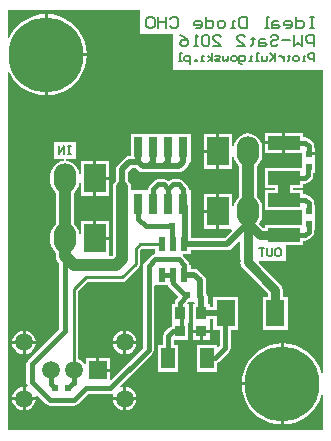
<source format=gbl>
G04 Layer_Physical_Order=2*
G04 Layer_Color=16711680*
%FSAX23Y23*%
%MOIN*%
G70*
G01*
G75*
%ADD10R,0.024X0.020*%
%ADD11R,0.037X0.039*%
%ADD12R,0.024X0.048*%
%ADD13R,0.020X0.024*%
%ADD14R,0.045X0.071*%
%ADD15R,0.028X0.070*%
%ADD16R,0.035X0.035*%
%ADD17R,0.064X0.091*%
%ADD18R,0.106X0.045*%
%ADD19C,0.015*%
%ADD20C,0.010*%
%ADD21C,0.020*%
%ADD22C,0.040*%
%ADD23C,0.030*%
%ADD24C,0.012*%
%ADD25C,0.006*%
%ADD26C,0.008*%
%ADD27C,0.250*%
%ADD28R,0.075X0.098*%
%ADD29O,0.075X0.098*%
%ADD30C,0.059*%
%ADD31R,0.059X0.059*%
G36*
X04840Y03020D02*
X04950D01*
Y02900D01*
X05450D01*
Y01892D01*
X05445Y01892D01*
X05444Y01897D01*
X05436Y01916D01*
X05425Y01935D01*
X05411Y01951D01*
X05395Y01965D01*
X05376Y01976D01*
X05357Y01984D01*
X05336Y01989D01*
X05320Y01990D01*
Y01855D01*
Y01720D01*
X05336Y01721D01*
X05357Y01726D01*
X05376Y01734D01*
X05395Y01745D01*
X05411Y01759D01*
X05425Y01775D01*
X05436Y01794D01*
X05444Y01813D01*
X05445Y01818D01*
X05450Y01818D01*
Y01700D01*
X04400D01*
Y02895D01*
X04405Y02896D01*
X04407Y02891D01*
X04418Y02873D01*
X04432Y02857D01*
X04448Y02843D01*
X04466Y02832D01*
X04486Y02824D01*
X04506Y02819D01*
X04523Y02818D01*
Y02953D01*
Y03088D01*
X04506Y03087D01*
X04486Y03082D01*
X04466Y03073D01*
X04448Y03062D01*
X04432Y03049D01*
X04418Y03032D01*
X04407Y03014D01*
X04405Y03009D01*
X04400Y03010D01*
Y03100D01*
X04840D01*
Y03020D01*
D02*
G37*
%LPC*%
G36*
X04533Y03088D02*
Y02958D01*
X04663D01*
X04661Y02974D01*
X04656Y02995D01*
X04648Y03014D01*
X04637Y03032D01*
X04623Y03049D01*
X04607Y03062D01*
X04589Y03073D01*
X04569Y03082D01*
X04549Y03087D01*
X04533Y03088D01*
D02*
G37*
G36*
X04663Y02948D02*
X04533D01*
Y02818D01*
X04549Y02819D01*
X04569Y02824D01*
X04589Y02832D01*
X04607Y02843D01*
X04623Y02857D01*
X04637Y02873D01*
X04648Y02891D01*
X04656Y02911D01*
X04661Y02932D01*
X04663Y02948D01*
D02*
G37*
G36*
X05315Y02692D02*
X05257D01*
Y02664D01*
X05315D01*
Y02692D01*
D02*
G37*
G36*
X05095Y02689D02*
X05053D01*
Y02635D01*
X05095D01*
Y02689D01*
D02*
G37*
G36*
X05315Y02654D02*
X05257D01*
Y02626D01*
X05315D01*
Y02654D01*
D02*
G37*
G36*
X05095Y02625D02*
X05053D01*
Y02571D01*
X05095D01*
Y02625D01*
D02*
G37*
G36*
X04737Y02599D02*
X04695D01*
Y02545D01*
X04737D01*
Y02599D01*
D02*
G37*
G36*
Y02535D02*
X04695D01*
Y02481D01*
X04737D01*
Y02535D01*
D02*
G37*
G36*
X05095Y02489D02*
X05053D01*
Y02435D01*
X05095D01*
Y02489D01*
D02*
G37*
G36*
X05383Y02692D02*
X05325D01*
Y02659D01*
Y02626D01*
X05381D01*
Y02603D01*
X05381Y02602D01*
Y02598D01*
X05381Y02597D01*
Y02574D01*
X05257D01*
Y02508D01*
X05290D01*
Y02502D01*
X05257D01*
Y02436D01*
X05381D01*
Y02413D01*
X05381Y02412D01*
Y02408D01*
X05381Y02407D01*
Y02384D01*
X05257D01*
Y02376D01*
X05250D01*
X05237Y02389D01*
X05241Y02394D01*
X05246Y02406D01*
X05248Y02418D01*
Y02442D01*
X05246Y02454D01*
X05241Y02466D01*
X05234Y02476D01*
X05230Y02478D01*
Y02582D01*
X05234Y02584D01*
X05241Y02594D01*
X05246Y02606D01*
X05248Y02618D01*
Y02642D01*
X05246Y02654D01*
X05241Y02666D01*
X05234Y02676D01*
X05224Y02683D01*
X05212Y02688D01*
X05200Y02690D01*
X05188Y02688D01*
X05176Y02683D01*
X05166Y02676D01*
X05159Y02666D01*
X05154Y02654D01*
X05152Y02643D01*
X05147Y02644D01*
Y02689D01*
X05105D01*
Y02630D01*
Y02571D01*
X05147D01*
Y02616D01*
X05152Y02617D01*
X05154Y02606D01*
X05159Y02594D01*
X05166Y02584D01*
X05170Y02582D01*
Y02478D01*
X05166Y02476D01*
X05159Y02466D01*
X05154Y02454D01*
X05152Y02443D01*
X05147Y02444D01*
Y02489D01*
X05105D01*
Y02430D01*
Y02371D01*
X05143D01*
X05145Y02371D01*
X05147Y02366D01*
X05123Y02342D01*
X05012D01*
Y02380D01*
Y02449D01*
X05010Y02457D01*
X05009Y02459D01*
Y02501D01*
X05005D01*
X05003Y02505D01*
X05002Y02512D01*
X04998Y02517D01*
X04998Y02517D01*
X04983Y02533D01*
X04977Y02536D01*
X04970Y02538D01*
X04950D01*
X04950Y02538D01*
X04944Y02536D01*
X04938Y02533D01*
X04933Y02532D01*
X04933Y02533D01*
X04927Y02536D01*
X04920Y02538D01*
X04900D01*
X04893Y02536D01*
X04887Y02533D01*
X04887Y02533D01*
X04873Y02518D01*
X04869Y02512D01*
X04867Y02505D01*
Y02501D01*
X04861D01*
Y02501D01*
X04859D01*
Y02501D01*
X04811D01*
X04810Y02505D01*
Y02510D01*
X04809Y02518D01*
X04806Y02525D01*
X04801Y02531D01*
X04800Y02532D01*
Y02562D01*
X04813Y02574D01*
X04827D01*
X04836Y02566D01*
X04836Y02566D01*
X04842Y02561D01*
X04850Y02560D01*
X04970D01*
X04978Y02561D01*
X04984Y02566D01*
X05000Y02581D01*
X05004Y02587D01*
X05006Y02595D01*
X05009Y02599D01*
X05009D01*
Y02689D01*
X04961D01*
Y02689D01*
X04959D01*
Y02689D01*
X04911D01*
Y02689D01*
X04909D01*
Y02689D01*
X04861D01*
Y02689D01*
X04859D01*
Y02689D01*
X04811D01*
Y02615D01*
X04805D01*
X04797Y02614D01*
X04790Y02609D01*
X04766Y02584D01*
X04761Y02578D01*
X04760Y02570D01*
Y02532D01*
X04759Y02531D01*
X04754Y02525D01*
X04751Y02518D01*
X04750Y02510D01*
Y02283D01*
X04747Y02280D01*
X04742D01*
X04737Y02281D01*
X04737Y02285D01*
Y02335D01*
X04690D01*
Y02340D01*
X04685D01*
Y02399D01*
X04643D01*
Y02354D01*
X04638Y02353D01*
X04636Y02364D01*
X04631Y02376D01*
X04624Y02386D01*
X04620Y02388D01*
Y02492D01*
X04624Y02494D01*
X04631Y02504D01*
X04636Y02516D01*
X04638Y02527D01*
X04643Y02526D01*
Y02481D01*
X04685D01*
Y02540D01*
Y02599D01*
X04643D01*
Y02554D01*
X04638Y02553D01*
X04636Y02564D01*
X04631Y02576D01*
X04624Y02586D01*
X04614Y02593D01*
X04602Y02598D01*
X04594Y02599D01*
X04594Y02604D01*
X04626D01*
Y02663D01*
X04553D01*
Y02604D01*
X04586D01*
X04586Y02599D01*
X04578Y02598D01*
X04566Y02593D01*
X04556Y02586D01*
X04549Y02576D01*
X04544Y02564D01*
X04542Y02552D01*
Y02528D01*
X04544Y02516D01*
X04549Y02504D01*
X04556Y02494D01*
X04560Y02492D01*
Y02388D01*
X04556Y02386D01*
X04549Y02376D01*
X04544Y02364D01*
X04542Y02352D01*
Y02328D01*
X04544Y02316D01*
X04549Y02304D01*
X04556Y02294D01*
X04560Y02292D01*
Y02280D01*
X04561Y02272D01*
X04564Y02265D01*
X04569Y02259D01*
X04572Y02255D01*
Y02037D01*
X04467Y01933D01*
X04464Y01927D01*
X04462Y01920D01*
Y01860D01*
X04464Y01853D01*
X04466Y01850D01*
X04465Y01848D01*
X04463Y01845D01*
X04459Y01846D01*
Y01811D01*
X04493D01*
X04493Y01815D01*
X04497Y01817D01*
X04527Y01787D01*
X04533Y01784D01*
X04540Y01782D01*
X04620D01*
X04627Y01784D01*
X04633Y01787D01*
X04667Y01822D01*
X04740D01*
X04747Y01824D01*
X04748Y01824D01*
X04752Y01821D01*
X04750Y01817D01*
X04749Y01811D01*
X04784D01*
Y01846D01*
X04778Y01845D01*
X04777Y01844D01*
X04774Y01849D01*
X04881Y01956D01*
X04885Y01962D01*
X04887Y01969D01*
X04887Y01969D01*
Y02181D01*
X04890Y02184D01*
X04933D01*
X04934Y02183D01*
X04937Y02177D01*
X04969Y02146D01*
X04962Y02139D01*
X04958Y02133D01*
X04957Y02126D01*
Y02120D01*
X04946D01*
Y02062D01*
X04946Y02060D01*
X04946D01*
X04947Y02058D01*
X04947Y02058D01*
Y02047D01*
X04943Y02046D01*
X04937Y02043D01*
X04922Y02028D01*
X04919Y02022D01*
X04917Y02015D01*
Y01985D01*
X04902D01*
Y01895D01*
X04968D01*
Y01985D01*
X04953D01*
Y02002D01*
X05002D01*
Y02058D01*
X05002Y02058D01*
X05003Y02060D01*
X05003D01*
X05003Y02062D01*
Y02120D01*
X05000D01*
X04998Y02124D01*
X05002Y02128D01*
X05018D01*
Y02128D01*
X05020D01*
X05025Y02125D01*
Y02120D01*
X05017D01*
Y02062D01*
X05017Y02060D01*
X05018Y02056D01*
Y02035D01*
X05073D01*
Y02056D01*
X05074Y02060D01*
X05074Y02062D01*
Y02070D01*
X05084D01*
Y02034D01*
X05108D01*
Y01983D01*
X05102Y01977D01*
X05098Y01979D01*
Y01985D01*
X05032D01*
Y01895D01*
X05098D01*
Y01924D01*
X05103Y01927D01*
X05138Y01963D01*
X05138Y01963D01*
X05142Y01969D01*
X05143Y01975D01*
X05143Y01975D01*
Y02034D01*
X05168D01*
Y02145D01*
X05084D01*
Y02110D01*
X05074D01*
Y02120D01*
X05066D01*
Y02146D01*
X05064Y02154D01*
X05061Y02158D01*
Y02172D01*
X05060D01*
Y02200D01*
X05060Y02200D01*
X05059Y02208D01*
X05054Y02214D01*
X05036Y02233D01*
X05029Y02237D01*
X05022Y02239D01*
X05010D01*
Y02252D01*
X05005Y02253D01*
X05004Y02259D01*
X05000Y02265D01*
X05000Y02265D01*
X04983Y02283D01*
X04983Y02283D01*
X04984Y02288D01*
X05010D01*
Y02301D01*
X05132D01*
X05139Y02303D01*
X05146Y02307D01*
X05170Y02331D01*
X05175Y02329D01*
Y02270D01*
X05176Y02265D01*
X05175Y02260D01*
X05176Y02250D01*
X05182Y02242D01*
X05266Y02158D01*
Y02145D01*
X05250D01*
Y02034D01*
X05334D01*
Y02145D01*
X05317D01*
Y02168D01*
X05315Y02178D01*
X05310Y02186D01*
X05237Y02259D01*
X05238Y02264D01*
X05326D01*
Y02318D01*
X05383D01*
Y02333D01*
X05391D01*
X05398Y02334D01*
X05404Y02338D01*
X05416Y02350D01*
X05419Y02356D01*
X05421Y02363D01*
Y02369D01*
X05425D01*
Y02407D01*
X05425Y02408D01*
Y02412D01*
X05425Y02413D01*
Y02451D01*
X05421D01*
Y02457D01*
X05419Y02464D01*
X05416Y02470D01*
X05404Y02482D01*
X05398Y02486D01*
X05391Y02487D01*
X05383D01*
Y02502D01*
X05350D01*
Y02508D01*
X05383D01*
Y02523D01*
X05391D01*
X05398Y02524D01*
X05404Y02528D01*
X05413Y02537D01*
X05413Y02537D01*
X05416Y02543D01*
X05418Y02550D01*
Y02559D01*
X05425D01*
Y02597D01*
X05425Y02598D01*
Y02602D01*
X05425Y02603D01*
Y02617D01*
X05403D01*
Y02627D01*
X05425D01*
Y02641D01*
X05421D01*
Y02647D01*
X05419Y02654D01*
X05416Y02660D01*
X05404Y02672D01*
X05398Y02676D01*
X05391Y02677D01*
X05383D01*
Y02692D01*
D02*
G37*
G36*
X05095Y02425D02*
X05053D01*
Y02371D01*
X05095D01*
Y02425D01*
D02*
G37*
G36*
X04737Y02399D02*
X04695D01*
Y02345D01*
X04737D01*
Y02399D01*
D02*
G37*
G36*
X05073Y02025D02*
X05050D01*
Y02002D01*
X05073D01*
Y02025D01*
D02*
G37*
G36*
X05040D02*
X05018D01*
Y02002D01*
X05040D01*
Y02025D01*
D02*
G37*
G36*
X04459Y02033D02*
Y01999D01*
X04493D01*
X04492Y02004D01*
X04488Y02013D01*
X04482Y02022D01*
X04474Y02028D01*
X04464Y02032D01*
X04459Y02033D01*
D02*
G37*
G36*
X04449D02*
X04444Y02032D01*
X04434Y02028D01*
X04426Y02022D01*
X04419Y02013D01*
X04415Y02004D01*
X04415Y01999D01*
X04449D01*
Y02033D01*
D02*
G37*
G36*
X04493Y01989D02*
X04459D01*
Y01954D01*
X04464Y01955D01*
X04474Y01959D01*
X04482Y01965D01*
X04488Y01974D01*
X04492Y01983D01*
X04493Y01989D01*
D02*
G37*
G36*
X04449D02*
X04415D01*
X04415Y01983D01*
X04419Y01974D01*
X04426Y01965D01*
X04434Y01959D01*
X04444Y01955D01*
X04449Y01954D01*
Y01989D01*
D02*
G37*
G36*
X05310Y01990D02*
X05294Y01989D01*
X05273Y01984D01*
X05254Y01976D01*
X05235Y01965D01*
X05219Y01951D01*
X05205Y01935D01*
X05194Y01916D01*
X05186Y01897D01*
X05181Y01876D01*
X05180Y01860D01*
X05310D01*
Y01990D01*
D02*
G37*
G36*
X04449Y01846D02*
X04444Y01845D01*
X04434Y01841D01*
X04426Y01835D01*
X04419Y01826D01*
X04415Y01817D01*
X04415Y01811D01*
X04449D01*
Y01846D01*
D02*
G37*
G36*
X04794D02*
Y01811D01*
X04828D01*
X04827Y01817D01*
X04823Y01826D01*
X04817Y01835D01*
X04809Y01841D01*
X04799Y01845D01*
X04794Y01846D01*
D02*
G37*
G36*
X04828Y01801D02*
X04794D01*
Y01767D01*
X04799Y01768D01*
X04809Y01772D01*
X04817Y01778D01*
X04823Y01787D01*
X04827Y01796D01*
X04828Y01801D01*
D02*
G37*
G36*
X04493Y01801D02*
X04459D01*
Y01767D01*
X04464Y01768D01*
X04474Y01772D01*
X04482Y01778D01*
X04488Y01787D01*
X04492Y01796D01*
X04493Y01801D01*
D02*
G37*
G36*
X04449D02*
X04415D01*
X04415Y01796D01*
X04419Y01787D01*
X04426Y01778D01*
X04434Y01772D01*
X04444Y01768D01*
X04449Y01767D01*
Y01801D01*
D02*
G37*
G36*
X04784Y01801D02*
X04749D01*
X04750Y01796D01*
X04754Y01787D01*
X04760Y01778D01*
X04769Y01772D01*
X04778Y01768D01*
X04784Y01767D01*
Y01801D01*
D02*
G37*
G36*
X05310Y01850D02*
X05180D01*
X05181Y01834D01*
X05186Y01813D01*
X05194Y01794D01*
X05205Y01775D01*
X05219Y01759D01*
X05235Y01745D01*
X05254Y01734D01*
X05273Y01726D01*
X05294Y01721D01*
X05310Y01720D01*
Y01850D01*
D02*
G37*
%LPD*%
G36*
X04890Y02293D02*
X04890Y02288D01*
X04883Y02286D01*
X04877Y02283D01*
X04877Y02283D01*
X04856Y02261D01*
X04852Y02256D01*
X04851Y02249D01*
Y01976D01*
X04744Y01869D01*
X04740Y01871D01*
Y01895D01*
X04700D01*
Y01900D01*
X04695D01*
Y01940D01*
X04660D01*
Y01924D01*
X04656Y01920D01*
X04655Y01920D01*
X04649Y01928D01*
X04641Y01935D01*
X04635Y01937D01*
Y02164D01*
X04666Y02195D01*
X04780D01*
X04786Y02196D01*
X04791Y02199D01*
X04837Y02246D01*
X04841Y02251D01*
X04842Y02256D01*
Y02300D01*
X04848Y02306D01*
X04890D01*
Y02293D01*
D02*
G37*
%LPC*%
G36*
X04794Y02033D02*
Y01999D01*
X04828D01*
X04827Y02004D01*
X04823Y02013D01*
X04817Y02022D01*
X04809Y02028D01*
X04799Y02032D01*
X04794Y02033D01*
D02*
G37*
G36*
X04784Y02033D02*
X04778Y02032D01*
X04769Y02028D01*
X04760Y02022D01*
X04754Y02013D01*
X04750Y02004D01*
X04749Y01999D01*
X04784D01*
Y02033D01*
D02*
G37*
G36*
X04828Y01989D02*
X04794D01*
Y01954D01*
X04799Y01955D01*
X04809Y01959D01*
X04817Y01965D01*
X04823Y01974D01*
X04827Y01983D01*
X04828Y01989D01*
D02*
G37*
G36*
X04784D02*
X04749D01*
X04750Y01983D01*
X04754Y01974D01*
X04760Y01965D01*
X04769Y01959D01*
X04778Y01955D01*
X04784Y01954D01*
Y01989D01*
D02*
G37*
G36*
X04740Y01940D02*
X04705D01*
Y01905D01*
X04740D01*
Y01940D01*
D02*
G37*
%LPD*%
D10*
X05403Y02432D02*
D03*
Y02388D02*
D03*
Y02622D02*
D03*
Y02578D02*
D03*
D11*
X04975Y02090D02*
D03*
X05045D02*
D03*
D12*
X04913Y02322D02*
D03*
Y02218D02*
D03*
X04950D02*
D03*
Y02322D02*
D03*
X04987Y02218D02*
D03*
Y02322D02*
D03*
D13*
X04998Y02150D02*
D03*
X05042D02*
D03*
X04948Y02380D02*
D03*
X04992D02*
D03*
X04602Y01840D02*
D03*
X04558D02*
D03*
D14*
X04935Y01940D02*
D03*
X05065D02*
D03*
D15*
X04835Y02644D02*
D03*
Y02456D02*
D03*
X04885D02*
D03*
Y02644D02*
D03*
X04985D02*
D03*
Y02456D02*
D03*
X04935D02*
D03*
Y02644D02*
D03*
D16*
X04975Y02030D02*
D03*
X05045D02*
D03*
D17*
X05126Y02090D02*
D03*
X05292D02*
D03*
D18*
X05320Y02469D02*
D03*
Y02351D02*
D03*
Y02659D02*
D03*
Y02541D02*
D03*
D19*
X04740Y01840D02*
X04869Y01969D01*
X05125Y01975D02*
Y02090D01*
X05090Y01940D02*
X05125Y01975D01*
X05065Y01940D02*
X05090D01*
X04950Y02030D02*
X04975D01*
X04935Y02015D02*
X04950Y02030D01*
X04935Y01940D02*
Y02015D01*
X04590Y02030D02*
Y02280D01*
X04480Y01920D02*
X04590Y02030D01*
X04948Y02323D02*
Y02380D01*
X04860D02*
X04948D01*
X04835Y02405D02*
X04860Y02380D01*
X04835Y02405D02*
Y02456D01*
X04987Y02322D02*
X04992Y02326D01*
X04885Y02456D02*
Y02505D01*
X04900Y02520D01*
X04920D01*
X04935Y02505D01*
Y02456D02*
Y02505D01*
X04985Y02456D02*
Y02505D01*
X04970Y02520D02*
X04985Y02505D01*
X04950Y02520D02*
X04970D01*
X04935Y02505D02*
X04950Y02520D01*
X04935Y02595D02*
X04935D01*
X04913Y02218D02*
X04950D01*
Y02190D02*
Y02218D01*
X04975Y02090D02*
Y02126D01*
X04998Y02150D01*
X05042D02*
X05045Y02146D01*
X04543Y01856D02*
Y01900D01*
Y01856D02*
X04558Y01840D01*
X05403Y02622D02*
Y02647D01*
X05391Y02659D02*
X05403Y02647D01*
X05320Y02659D02*
X05391D01*
X05400Y02575D02*
X05403Y02578D01*
X05400Y02550D02*
Y02575D01*
X05391Y02541D02*
X05400Y02550D01*
X05320Y02541D02*
X05391D01*
X05403Y02432D02*
Y02457D01*
X05391Y02469D02*
X05403Y02457D01*
X05320Y02469D02*
X05391D01*
X05403Y02363D02*
Y02388D01*
X05391Y02351D02*
X05403Y02363D01*
X05320Y02351D02*
X05391D01*
X04985Y02456D02*
X04992Y02449D01*
X04621Y01859D02*
Y01860D01*
Y01900D01*
X04602Y01840D02*
X04621Y01860D01*
X04869Y01969D02*
Y02249D01*
X04890Y02270D01*
X04970D01*
X04987Y02253D01*
Y02218D02*
Y02253D01*
X04990Y02150D02*
X04998D01*
X04950Y02190D02*
X04990Y02150D01*
X04540Y01800D02*
X04620D01*
X04480Y01860D02*
X04540Y01800D01*
X04480Y01860D02*
Y01920D01*
X04620Y01800D02*
X04660Y01840D01*
X04740D01*
D20*
X04610Y01890D02*
X04620Y01900D01*
Y02170D01*
X04948Y02323D02*
X04950Y02322D01*
X04842D02*
X04913D01*
X04826Y02306D02*
X04842Y02322D01*
X04826Y02256D02*
Y02306D01*
X04620Y02170D02*
X04660Y02210D01*
X04780D01*
X04826Y02256D01*
D21*
X04992Y02326D02*
Y02380D01*
X04985Y02595D02*
Y02644D01*
X04935Y02595D02*
Y02644D01*
X04920Y02580D02*
X04935Y02595D01*
X04870Y02580D02*
X04885Y02595D01*
X04835Y02595D02*
X04850Y02580D01*
X04835Y02595D02*
Y02644D01*
X04885Y02595D02*
Y02644D01*
X05045Y02090D02*
Y02146D01*
X04850Y02580D02*
X04870D01*
X04920D01*
X04970D01*
X04985Y02595D01*
X04992Y02380D02*
Y02449D01*
X04780Y02510D02*
Y02570D01*
X04805Y02595D01*
X04835D01*
X05200Y02390D02*
Y02430D01*
X04700Y01900D02*
X04711Y01911D01*
X05132Y02322D02*
X05200Y02390D01*
X04987Y02322D02*
X05132D01*
X04987Y02218D02*
X05022D01*
X05040Y02200D01*
Y02150D02*
Y02200D01*
X05045Y02090D02*
X05125D01*
D22*
X04590Y02340D02*
Y02540D01*
X05200Y02430D02*
Y02630D01*
X05320Y02469D02*
Y02541D01*
X04780Y02270D02*
Y02510D01*
X04590Y02280D02*
Y02340D01*
Y02280D02*
X04620Y02250D01*
X04760D01*
X04780Y02270D01*
D23*
X05200D02*
Y02380D01*
Y02260D02*
X05292Y02168D01*
Y02070D02*
Y02168D01*
X05200Y02390D02*
X05239Y02351D01*
X05320D01*
D24*
X04980Y02035D02*
Y02085D01*
X04975Y02090D02*
X04980Y02085D01*
D25*
X05296Y02308D02*
X05305D01*
X05310Y02303D01*
Y02285D01*
X05305Y02280D01*
X05296D01*
X05292Y02285D01*
Y02303D01*
X05296Y02308D01*
X05282D02*
Y02285D01*
X05278Y02280D01*
X05269D01*
X05264Y02285D01*
Y02308D01*
X05255D02*
X05237D01*
X05246D01*
Y02280D01*
X04610Y02648D02*
X04601D01*
X04605D01*
Y02620D01*
X04610D01*
X04601D01*
X04587D02*
Y02648D01*
X04569Y02620D01*
Y02648D01*
X05420Y02930D02*
Y02958D01*
X05406D01*
X05402Y02953D01*
Y02944D01*
X05406Y02939D01*
X05420D01*
X05392Y02930D02*
X05383D01*
X05388D01*
Y02948D01*
X05392D01*
X05365Y02930D02*
X05356D01*
X05351Y02935D01*
Y02944D01*
X05356Y02948D01*
X05365D01*
X05369Y02944D01*
Y02935D01*
X05365Y02930D01*
X05337Y02953D02*
Y02948D01*
X05342D01*
X05333D01*
X05337D01*
Y02935D01*
X05333Y02930D01*
X05319Y02948D02*
Y02930D01*
Y02939D01*
X05314Y02944D01*
X05310Y02948D01*
X05305D01*
X05291Y02958D02*
Y02930D01*
Y02939D01*
X05273Y02958D01*
X05287Y02944D01*
X05273Y02930D01*
X05264Y02948D02*
Y02935D01*
X05259Y02930D01*
X05246D01*
Y02948D01*
X05236Y02930D02*
X05227D01*
X05232D01*
Y02958D01*
X05236D01*
X05213Y02930D02*
X05204D01*
X05209D01*
Y02948D01*
X05213D01*
X05181Y02921D02*
X05177D01*
X05172Y02925D01*
Y02948D01*
X05186D01*
X05190Y02944D01*
Y02935D01*
X05186Y02930D01*
X05172D01*
X05158D02*
X05149D01*
X05144Y02935D01*
Y02944D01*
X05149Y02948D01*
X05158D01*
X05163Y02944D01*
Y02935D01*
X05158Y02930D01*
X05135Y02948D02*
Y02935D01*
X05131Y02930D01*
X05126Y02935D01*
X05122Y02930D01*
X05117Y02935D01*
Y02948D01*
X05108Y02930D02*
X05094D01*
X05089Y02935D01*
X05094Y02939D01*
X05103D01*
X05108Y02944D01*
X05103Y02948D01*
X05089D01*
X05080Y02930D02*
Y02958D01*
Y02939D02*
X05066Y02948D01*
X05080Y02939D02*
X05066Y02930D01*
X05053D02*
X05043D01*
X05048D01*
Y02948D01*
X05053D01*
X05030Y02930D02*
Y02935D01*
X05025D01*
Y02930D01*
X05030D01*
X05007Y02921D02*
Y02948D01*
X04993D01*
X04988Y02944D01*
Y02935D01*
X04993Y02930D01*
X05007D01*
X04979D02*
X04970D01*
X04975D01*
Y02958D01*
X04979D01*
D26*
X05420Y02980D02*
Y03019D01*
X05400D01*
X05394Y03013D01*
Y03000D01*
X05400Y02993D01*
X05420D01*
X05381Y03019D02*
Y02980D01*
X05368Y02993D01*
X05354Y02980D01*
Y03019D01*
X05341Y03000D02*
X05315D01*
X05276Y03013D02*
X05282Y03019D01*
X05295D01*
X05302Y03013D01*
Y03006D01*
X05295Y03000D01*
X05282D01*
X05276Y02993D01*
Y02987D01*
X05282Y02980D01*
X05295D01*
X05302Y02987D01*
X05256Y03006D02*
X05243D01*
X05236Y03000D01*
Y02980D01*
X05256D01*
X05263Y02987D01*
X05256Y02993D01*
X05236D01*
X05217Y03013D02*
Y03006D01*
X05223D01*
X05210D01*
X05217D01*
Y02987D01*
X05210Y02980D01*
X05164D02*
X05190D01*
X05164Y03006D01*
Y03013D01*
X05171Y03019D01*
X05184D01*
X05190Y03013D01*
X05085Y02980D02*
X05112D01*
X05085Y03006D01*
Y03013D01*
X05092Y03019D01*
X05105D01*
X05112Y03013D01*
X05072D02*
X05066Y03019D01*
X05053D01*
X05046Y03013D01*
Y02987D01*
X05053Y02980D01*
X05066D01*
X05072Y02987D01*
Y03013D01*
X05033Y02980D02*
X05020D01*
X05026D01*
Y03019D01*
X05033Y03013D01*
X04974Y03019D02*
X04987Y03013D01*
X05000Y03000D01*
Y02987D01*
X04994Y02980D01*
X04981D01*
X04974Y02987D01*
Y02993D01*
X04981Y03000D01*
X05000D01*
X05420Y03079D02*
X05407D01*
X05413D01*
Y03040D01*
X05420D01*
X05407D01*
X05361Y03079D02*
Y03040D01*
X05381D01*
X05387Y03047D01*
Y03060D01*
X05381Y03066D01*
X05361D01*
X05328Y03040D02*
X05341D01*
X05348Y03047D01*
Y03060D01*
X05341Y03066D01*
X05328D01*
X05322Y03060D01*
Y03053D01*
X05348D01*
X05302Y03066D02*
X05289D01*
X05282Y03060D01*
Y03040D01*
X05302D01*
X05308Y03047D01*
X05302Y03053D01*
X05282D01*
X05269Y03040D02*
X05256D01*
X05263D01*
Y03079D01*
X05269D01*
X05197D02*
Y03040D01*
X05177D01*
X05171Y03047D01*
Y03073D01*
X05177Y03079D01*
X05197D01*
X05158Y03040D02*
X05144D01*
X05151D01*
Y03066D01*
X05158D01*
X05118Y03040D02*
X05105D01*
X05099Y03047D01*
Y03060D01*
X05105Y03066D01*
X05118D01*
X05125Y03060D01*
Y03047D01*
X05118Y03040D01*
X05059Y03079D02*
Y03040D01*
X05079D01*
X05085Y03047D01*
Y03060D01*
X05079Y03066D01*
X05059D01*
X05026Y03040D02*
X05040D01*
X05046Y03047D01*
Y03060D01*
X05040Y03066D01*
X05026D01*
X05020Y03060D01*
Y03053D01*
X05046D01*
X04941Y03073D02*
X04948Y03079D01*
X04961D01*
X04967Y03073D01*
Y03047D01*
X04961Y03040D01*
X04948D01*
X04941Y03047D01*
X04928Y03079D02*
Y03040D01*
Y03060D01*
X04902D01*
Y03079D01*
Y03040D01*
X04889Y03073D02*
X04882Y03079D01*
X04869D01*
X04862Y03073D01*
Y03047D01*
X04869Y03040D01*
X04882D01*
X04889Y03047D01*
Y03073D01*
D27*
X04528Y02953D02*
D03*
X05315Y01855D02*
D03*
D28*
X05100Y02430D02*
D03*
Y02630D02*
D03*
X04690Y02540D02*
D03*
Y02340D02*
D03*
D29*
X05200Y02430D02*
D03*
Y02630D02*
D03*
X04590Y02540D02*
D03*
Y02340D02*
D03*
D30*
X04621Y01900D02*
D03*
X04543D02*
D03*
X04789Y01806D02*
D03*
Y01994D02*
D03*
X04454D02*
D03*
Y01806D02*
D03*
D31*
X04700Y01900D02*
D03*
M02*

</source>
